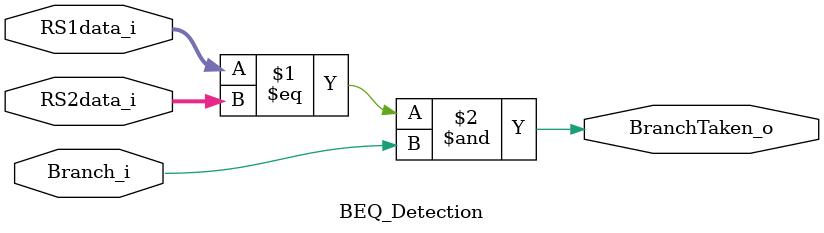
<source format=v>
`ifndef BEQ_DETECTION_V
`define BEQ_DETECTION_V

module BEQ_Detection (
    Branch_i,
    RS1data_i,
    RS2data_i,
    BranchTaken_o
);

input           Branch_i;
input   [31:0]  RS1data_i;
input   [31:0]  RS2data_i;

output          BranchTaken_o;

assign BranchTaken_o = (RS1data_i == RS2data_i) & Branch_i;

endmodule

`endif

</source>
